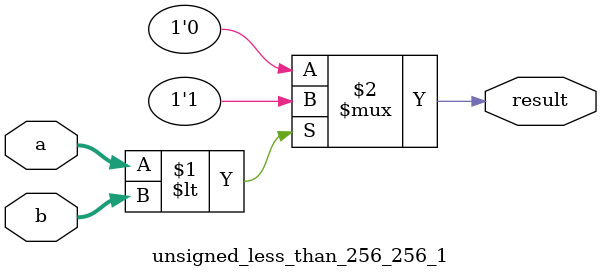
<source format=v>
module unsigned_less_than_256_256_1(
input  [255:0] a,
input  [255:0] b,
output         result
);
assign result = (a < b) ? 1'b1 : 1'b0;
endmodule

</source>
